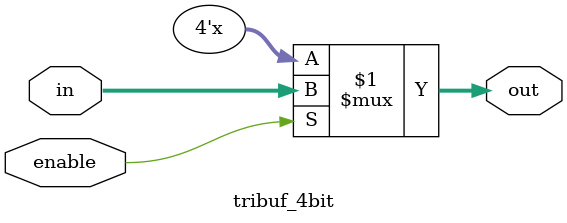
<source format=v>
module tribuf_4bit(in, out, enable);
    input [3:0] in; // Input word
    input enable; // Enable (active high)
    output tri [3:0] out; // Output word
    assign out = enable ? in : 4'bzzzz;
endmodule


</source>
